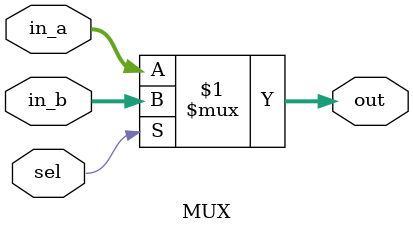
<source format=sv>
module MUX # ( 
  parameter WIDTH = 8
) (
  input  logic [WIDTH-1:0] in_a,
  input  logic [WIDTH-1:0] in_b,
  input  logic             sel ,
  output logic [WIDTH-1:0] out
);
  assign out = (sel) ? in_b : in_a;
endmodule : MUX
</source>
